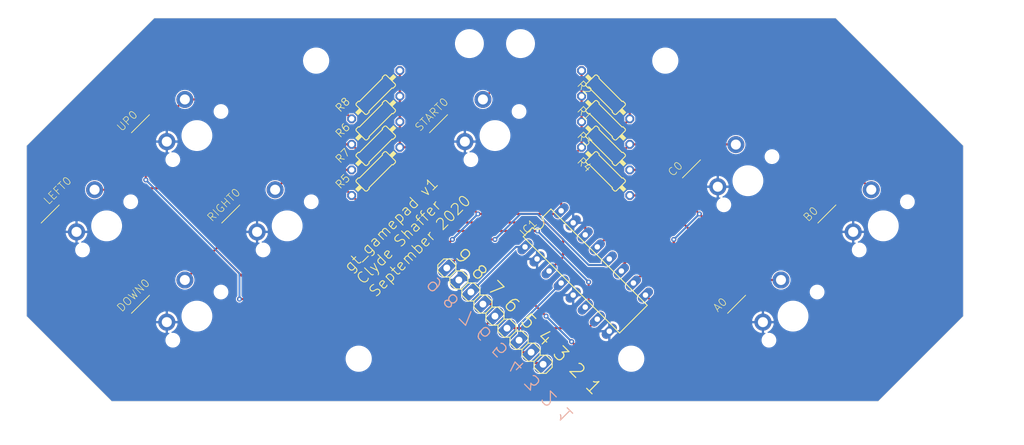
<source format=kicad_pcb>
(kicad_pcb (version 20221018) (generator pcbnew)
  (layers (0 "F.Cu" signal) (31 "B.Cu" signal) (34 "B.Paste" user) (35 "F.Paste" user) (36 "B.SilkS" user "B.Silkscreen") (37 "F.SilkS" user "F.Silkscreen") (38 "B.Mask" user) (39 "F.Mask" user) (44 "Edge.Cuts" user))
  (net 0 "")
  (net 1 "VCC")
  (net 2 "GND")
  (net 3 "N$1")
  (net 4 "N$2")
  (net 5 "N$3")
  (net 6 "N$4")
  (net 7 "N$5")
  (net 8 "N$6")
  (net 9 "N$9")
  (net 10 "N$7")
  (net 11 "N$8")
  (net 12 "N$10")
  (net 13 "N$11")
  (net 14 "N$12")
  (net 15 "N$13")
  (footprint "gpad1:CHERRY_MX" (layer "F.Cu") (at 104.0511 93.9546 45)
    (fp_text reference "UP0" (at -7.620002 -8.890001 45) (layer "F.SilkS") (effects (font (size 1.176528 1.176528) (thickness 0.093472)) (justify left)))
    (fp_text value "CHERRY_MX" hide)
    (fp_line (start -6.6 -7.2) (end -2.8 -7.2) (stroke (width 0.127)) (layer "F.SilkS"))
    (pad "" np_thru_hole circle (at -5.08 0 45) (size 1.7 1.7) (drill 1.7) (layers "*.Cu" "*.Mask"))
    (pad "" np_thru_hole circle (at 0 0 45) (size 4.1 4.1) (drill 4.1) (layers "*.Cu" "*.Mask"))
    (pad "" np_thru_hole circle (at 5.08 0 45) (size 1.7 1.7) (drill 1.7) (layers "*.Cu" "*.Mask"))
    (pad "S1" thru_hole circle (at -3.81 -2.54 45) (size 2.54 2.54) (drill 1.5) (layers "*.Cu" "*.Mask") (net 2 "GND"))
    (pad "S2" thru_hole circle (at 2.54 -5.08 45) (size 2.54 2.54) (drill 1.5) (layers "*.Cu" "*.Mask") (net 3 "N$1"))
  )
  (footprint "" (layer "F.Cu") (at 152.3111 80.2386)
    (fp_text reference "@HOLE4" hide)
    (fp_text value "" (at 0 0) (layer "F.SilkS") (effects (font (size 1.27 1.27))))
    (pad "" np_thru_hole circle (at 0 0) (size 3.81 3.81) (drill 3.81) (layers "*.Cu" "*.Mask"))
  )
  (footprint "gpad1:0207_10" (layer "F.Cu") (at 165.0111 95.4786 135)
    (fp_text reference "R3" (at 4.136203 -1.523997 -45) (layer "F.SilkS") (effects (font (size 1.1557 1.1557) (thickness 0.1143)) (justify left)))
    (fp_text value "")
    (fp_line (start -3.175 0.889) (end -3.175 -0.889) (stroke (width 0.1524)) (layer "F.SilkS"))
    (fp_line (start -2.921 -1.143) (end -2.54 -1.143) (stroke (width 0.1524)) (layer "F.SilkS"))
    (fp_line (start -2.921 1.143) (end -2.54 1.143) (stroke (width 0.1524)) (layer "F.SilkS"))
    (fp_line (start -2.413 -1.016) (end -2.54 -1.143) (stroke (width 0.1524)) (layer "F.SilkS"))
    (fp_line (start -2.413 1.016) (end -2.54 1.143) (stroke (width 0.1524)) (layer "F.SilkS"))
    (fp_line (start 2.413 -1.016) (end -2.413 -1.016) (stroke (width 0.1524)) (layer "F.SilkS"))
    (fp_line (start 2.413 -1.016) (end 2.54 -1.143) (stroke (width 0.1524)) (layer "F.SilkS"))
    (fp_line (start 2.413 1.016) (end -2.413 1.016) (stroke (width 0.1524)) (layer "F.SilkS"))
    (fp_line (start 2.413 1.016) (end 2.54 1.143) (stroke (width 0.1524)) (layer "F.SilkS"))
    (fp_line (start 2.921 -1.143) (end 2.54 -1.143) (stroke (width 0.1524)) (layer "F.SilkS"))
    (fp_line (start 2.921 1.143) (end 2.54 1.143) (stroke (width 0.1524)) (layer "F.SilkS"))
    (fp_line (start 3.175 0.889) (end 3.175 -0.889) (stroke (width 0.1524)) (layer "F.SilkS"))
    (fp_arc (start -3.175 -0.889) (mid -3.100605 -1.068605) (end -2.921 -1.143) (stroke (width 0.1524)) (layer "F.SilkS"))
    (fp_arc (start -2.921 1.143) (mid -3.100605 1.068605) (end -3.175 0.889) (stroke (width 0.1524)) (layer "F.SilkS"))
    (fp_arc (start 2.921 -1.143) (mid 3.100605 -1.068605) (end 3.175 -0.889) (stroke (width 0.1524)) (layer "F.SilkS"))
    (fp_arc (start 3.175 0.889) (mid 3.100605 1.068605) (end 2.921 1.143) (stroke (width 0.1524)) (layer "F.SilkS"))
    (fp_poly (pts (xy -4.0386 0.3048) (xy -3.175 0.3048) (xy -3.175 -0.3048) (xy -4.0386 -0.3048)) (fill solid) (layer "F.SilkS"))
    (fp_poly (pts (xy 3.175 0.3048) (xy 4.0386 0.3048) (xy 4.0386 -0.3048) (xy 3.175 -0.3048)) (fill solid) (layer "F.SilkS"))
    (pad "1" thru_hole roundrect (at -5.08 0 135) (size 1.3208 1.3208) (drill 0.8128) (layers "*.Cu" "*.Mask") (chamfer_ratio 0.2928932188) (chamfer top_left top_right bottom_left bottom_right) (net 13 "N$11"))
    (pad "2" thru_hole roundrect (at 5.08 0 135) (size 1.3208 1.3208) (drill 0.8128) (layers "*.Cu" "*.Mask") (chamfer_ratio 0.2928932188) (chamfer top_left top_right bottom_left bottom_right) (net 1 "VCC"))
  )
  (footprint "gpad1:DIL16" (layer "F.Cu") (at 161.9631 114.1476 -45)
    (fp_text reference "IC1" (at -10.540998 2.920999 45) (layer "F.SilkS") (effects (font (size 1.1557 1.1557) (thickness 0.1143)) (justify left)))
    (fp_text value "74157N")
    (fp_line (start -10.16 -2.921) (end -10.16 -1.016) (stroke (width 0.1524)) (layer "F.SilkS"))
    (fp_line (start -10.16 2.921) (end -10.16 1.016) (stroke (width 0.1524)) (layer "F.SilkS"))
    (fp_line (start -10.16 2.921) (end 10.16 2.921) (stroke (width 0.1524)) (layer "F.SilkS"))
    (fp_line (start 10.16 -2.921) (end -10.16 -2.921) (stroke (width 0.1524)) (layer "F.SilkS"))
    (fp_line (start 10.16 -2.921) (end 10.16 2.921) (stroke (width 0.1524)) (layer "F.SilkS"))
    (fp_arc (start -10.16 -1.016) (mid -9.144 -0.000001) (end -10.16 1.016) (stroke (width 0.1524)) (layer "F.SilkS"))
    (pad "1" thru_hole oval (at -8.89 3.81 45) (size 2.6416 1.3208) (drill 0.8128) (layers "*.Cu" "*.Mask") (net 9 "N$9"))
    (pad "2" thru_hole oval (at -6.35 3.81 45) (size 2.6416 1.3208) (drill 0.8128) (layers "*.Cu" "*.Mask") (net 2 "GND"))
    (pad "3" thru_hole oval (at -3.81 3.81 45) (size 2.6416 1.3208) (drill 0.8128) (layers "*.Cu" "*.Mask") (net 10 "N$7"))
    (pad "4" thru_hole oval (at -1.27 3.81 45) (size 2.6416 1.3208) (drill 0.8128) (layers "*.Cu" "*.Mask") (net 5 "N$3"))
    (pad "5" thru_hole oval (at 1.27 3.81 45) (size 2.6416 1.3208) (drill 0.8128) (layers "*.Cu" "*.Mask") (net 2 "GND"))
    (pad "6" thru_hole oval (at 3.81 3.81 45) (size 2.6416 1.3208) (drill 0.8128) (layers "*.Cu" "*.Mask") (net 11 "N$8"))
    (pad "7" thru_hole oval (at 6.35 3.81 45) (size 2.6416 1.3208) (drill 0.8128) (layers "*.Cu" "*.Mask") (net 6 "N$4"))
    (pad "8" thru_hole oval (at 8.89 3.81 45) (size 2.6416 1.3208) (drill 0.8128) (layers "*.Cu" "*.Mask") (net 2 "GND"))
    (pad "9" thru_hole oval (at 8.89 -3.81 45) (size 2.6416 1.3208) (drill 0.8128) (layers "*.Cu" "*.Mask") (net 7 "N$5"))
    (pad "10" thru_hole oval (at 6.35 -3.81 45) (size 2.6416 1.3208) (drill 0.8128) (layers "*.Cu" "*.Mask") (net 13 "N$11"))
    (pad "11" thru_hole oval (at 3.81 -3.81 45) (size 2.6416 1.3208) (drill 0.8128) (layers "*.Cu" "*.Mask") (net 12 "N$10"))
    (pad "12" thru_hole oval (at 1.27 -3.81 45) (size 2.6416 1.3208) (drill 0.8128) (layers "*.Cu" "*.Mask") (net 8 "N$6"))
    (pad "13" thru_hole oval (at -1.27 -3.81 45) (size 2.6416 1.3208) (drill 0.8128) (layers "*.Cu" "*.Mask") (net 15 "N$13"))
    (pad "14" thru_hole oval (at -3.81 -3.81 45) (size 2.6416 1.3208) (drill 0.8128) (layers "*.Cu" "*.Mask") (net 14 "N$12"))
    (pad "15" thru_hole oval (at -6.35 -3.81 45) (size 2.6416 1.3208) (drill 0.8128) (layers "*.Cu" "*.Mask") (net 2 "GND"))
    (pad "16" thru_hole oval (at -8.89 -3.81 45) (size 2.6416 1.3208) (drill 0.8128) (layers "*.Cu" "*.Mask") (net 1 "VCC"))
  )
  (footprint "" (layer "F.Cu") (at 168.8211 127.2286)
    (fp_text reference "@HOLE1" hide)
    (fp_text value "" (at 0 0) (layer "F.SilkS") (effects (font (size 1.27 1.27))))
    (pad "" np_thru_hole circle (at 0 0) (size 3.4036 3.4036) (drill 3.4036) (layers "*.Cu" "*.Mask"))
  )
  (footprint "gpad1:0207_10" (layer "F.Cu") (at 130.7211 91.6686 45)
    (fp_text reference "R6" (at -5.742079 -2.422022 45) (layer "F.SilkS") (effects (font (size 1.1557 1.1557) (thickness 0.1143)) (justify left)))
    (fp_text value "")
    (fp_line (start -3.175 0.889) (end -3.175 -0.889) (stroke (width 0.1524)) (layer "F.SilkS"))
    (fp_line (start -2.921 -1.143) (end -2.54 -1.143) (stroke (width 0.1524)) (layer "F.SilkS"))
    (fp_line (start -2.921 1.143) (end -2.54 1.143) (stroke (width 0.1524)) (layer "F.SilkS"))
    (fp_line (start -2.413 -1.016) (end -2.54 -1.143) (stroke (width 0.1524)) (layer "F.SilkS"))
    (fp_line (start -2.413 1.016) (end -2.54 1.143) (stroke (width 0.1524)) (layer "F.SilkS"))
    (fp_line (start 2.413 -1.016) (end -2.413 -1.016) (stroke (width 0.1524)) (layer "F.SilkS"))
    (fp_line (start 2.413 -1.016) (end 2.54 -1.143) (stroke (width 0.1524)) (layer "F.SilkS"))
    (fp_line (start 2.413 1.016) (end -2.413 1.016) (stroke (width 0.1524)) (layer "F.SilkS"))
    (fp_line (start 2.413 1.016) (end 2.54 1.143) (stroke (width 0.1524)) (layer "F.SilkS"))
    (fp_line (start 2.921 -1.143) (end 2.54 -1.143) (stroke (width 0.1524)) (layer "F.SilkS"))
    (fp_line (start 2.921 1.143) (end 2.54 1.143) (stroke (width 0.1524)) (layer "F.SilkS"))
    (fp_line (start 3.175 0.889) (end 3.175 -0.889) (stroke (width 0.1524)) (layer "F.SilkS"))
    (fp_arc (start -3.175 -0.889) (mid -3.100605 -1.068605) (end -2.921 -1.143) (stroke (width 0.1524)) (layer "F.SilkS"))
    (fp_arc (start -2.921 1.143) (mid -3.100605 1.068605) (end -3.175 0.889) (stroke (width 0.1524)) (layer "F.SilkS"))
    (fp_arc (start 2.921 -1.143) (mid 3.100605 -1.068605) (end 3.175 -0.889) (stroke (width 0.1524)) (layer "F.SilkS"))
    (fp_arc (start 3.175 0.889) (mid 3.100605 1.068605) (end 2.921 1.143) (stroke (width 0.1524)) (layer "F.SilkS"))
    (fp_poly (pts (xy -4.0386 0.3048) (xy -3.175 0.3048) (xy -3.175 -0.3048) (xy -4.0386 -0.3048)) (fill solid) (layer "F.SilkS"))
    (fp_poly (pts (xy 3.175 0.3048) (xy 4.0386 0.3048) (xy 4.0386 -0.3048) (xy 3.175 -0.3048)) (fill solid) (layer "F.SilkS"))
    (pad "1" thru_hole roundrect (at -5.08 0 45) (size 1.3208 1.3208) (drill 0.8128) (layers "*.Cu" "*.Mask") (chamfer_ratio 0.2928932188) (chamfer top_left top_right bottom_left bottom_right) (net 10 "N$7"))
    (pad "2" thru_hole roundrect (at 5.08 0 45) (size 1.3208 1.3208) (drill 0.8128) (layers "*.Cu" "*.Mask") (chamfer_ratio 0.2928932188) (chamfer top_left top_right bottom_left bottom_right) (net 1 "VCC"))
  )
  (footprint "" (layer "F.Cu") (at 144.6911 80.2386)
    (fp_text reference "@HOLE5" hide)
    (fp_text value "" (at 0 0) (layer "F.SilkS") (effects (font (size 1.27 1.27))))
    (pad "" np_thru_hole circle (at 0 0) (size 3.81 3.81) (drill 3.81) (layers "*.Cu" "*.Mask"))
  )
  (footprint "" (layer "F.Cu") (at 173.9011 82.7786)
    (fp_text reference "@HOLE2" hide)
    (fp_text value "" (at 0 0) (layer "F.SilkS") (effects (font (size 1.27 1.27))))
    (pad "" np_thru_hole circle (at 0 0) (size 3.4036 3.4036) (drill 3.4036) (layers "*.Cu" "*.Mask"))
  )
  (footprint "gpad1:CHERRY_MX" (layer "F.Cu") (at 90.5891 107.4166 45)
    (fp_text reference "LEFT0" (at -4.027899 -8.890001 45) (layer "F.SilkS") (effects (font (size 1.176528 1.176528) (thickness 0.093472)) (justify left)))
    (fp_text value "CHERRY_MX" hide)
    (fp_line (start -6.6 -7.2) (end -2.8 -7.2) (stroke (width 0.127)) (layer "F.SilkS"))
    (pad "" np_thru_hole circle (at -5.08 0 45) (size 1.7 1.7) (drill 1.7) (layers "*.Cu" "*.Mask"))
    (pad "" np_thru_hole circle (at 0 0 45) (size 4.1 4.1) (drill 4.1) (layers "*.Cu" "*.Mask"))
    (pad "" np_thru_hole circle (at 5.08 0 45) (size 1.7 1.7) (drill 1.7) (layers "*.Cu" "*.Mask"))
    (pad "S1" thru_hole circle (at -3.81 -2.54 45) (size 2.54 2.54) (drill 1.5) (layers "*.Cu" "*.Mask") (net 2 "GND"))
    (pad "S2" thru_hole circle (at 2.54 -5.08 45) (size 2.54 2.54) (drill 1.5) (layers "*.Cu" "*.Mask") (net 10 "N$7"))
  )
  (footprint "gpad1:CHERRY_MX" (layer "F.Cu") (at 206.4131 107.4166 45)
    (fp_text reference "B0" (at -7.620002 -8.890001 45) (layer "F.SilkS") (effects (font (size 1.176528 1.176528) (thickness 0.093472)) (justify left)))
    (fp_text value "CHERRY_MX" hide)
    (fp_line (start -6.6 -7.2) (end -2.8 -7.2) (stroke (width 0.127)) (layer "F.SilkS"))
    (pad "" np_thru_hole circle (at -5.08 0 45) (size 1.7 1.7) (drill 1.7) (layers "*.Cu" "*.Mask"))
    (pad "" np_thru_hole circle (at 0 0 45) (size 4.1 4.1) (drill 4.1) (layers "*.Cu" "*.Mask"))
    (pad "" np_thru_hole circle (at 5.08 0 45) (size 1.7 1.7) (drill 1.7) (layers "*.Cu" "*.Mask"))
    (pad "S1" thru_hole circle (at -3.81 -2.54 45) (size 2.54 2.54) (drill 1.5) (layers "*.Cu" "*.Mask") (net 2 "GND"))
    (pad "S2" thru_hole circle (at 2.54 -5.08 45) (size 2.54 2.54) (drill 1.5) (layers "*.Cu" "*.Mask") (net 13 "N$11"))
  )
  (footprint "" (layer "F.Cu") (at 121.8311 82.7786)
    (fp_text reference "@HOLE3" hide)
    (fp_text value "" (at 0 0) (layer "F.SilkS") (effects (font (size 1.27 1.27))))
    (pad "" np_thru_hole circle (at 0 0) (size 3.4036 3.4036) (drill 3.4036) (layers "*.Cu" "*.Mask"))
  )
  (footprint "gpad1:CHERRY_MX" (layer "F.Cu") (at 186.2201 100.6856 45)
    (fp_text reference "C0" (at -7.620002 -8.890001 45) (layer "F.SilkS") (effects (font (size 1.176528 1.176528) (thickness 0.093472)) (justify left)))
    (fp_text value "CHERRY_MX" hide)
    (fp_line (start -6.6 -7.2) (end -2.8 -7.2) (stroke (width 0.127)) (layer "F.SilkS"))
    (pad "" np_thru_hole circle (at -5.08 0 45) (size 1.7 1.7) (drill 1.7) (layers "*.Cu" "*.Mask"))
    (pad "" np_thru_hole circle (at 0 0 45) (size 4.1 4.1) (drill 4.1) (layers "*.Cu" "*.Mask"))
    (pad "" np_thru_hole circle (at 5.08 0 45) (size 1.7 1.7) (drill 1.7) (layers "*.Cu" "*.Mask"))
    (pad "S1" thru_hole circle (at -3.81 -2.54 45) (size 2.54 2.54) (drill 1.5) (layers "*.Cu" "*.Mask") (net 2 "GND"))
    (pad "S2" thru_hole circle (at 2.54 -5.08 45) (size 2.54 2.54) (drill 1.5) (layers "*.Cu" "*.Mask") (net 15 "N$13"))
  )
  (footprint "gpad1:0207_10" (layer "F.Cu") (at 165.0111 99.2886 135)
    (fp_text reference "R4" (at 4.136203 -1.523997 -45) (layer "F.SilkS") (effects (font (size 1.1557 1.1557) (thickness 0.1143)) (justify left)))
    (fp_text value "")
    (fp_line (start -3.175 0.889) (end -3.175 -0.889) (stroke (width 0.1524)) (layer "F.SilkS"))
    (fp_line (start -2.921 -1.143) (end -2.54 -1.143) (stroke (width 0.1524)) (layer "F.SilkS"))
    (fp_line (start -2.921 1.143) (end -2.54 1.143) (stroke (width 0.1524)) (layer "F.SilkS"))
    (fp_line (start -2.413 -1.016) (end -2.54 -1.143) (stroke (width 0.1524)) (layer "F.SilkS"))
    (fp_line (start -2.413 1.016) (end -2.54 1.143) (stroke (width 0.1524)) (layer "F.SilkS"))
    (fp_line (start 2.413 -1.016) (end -2.413 -1.016) (stroke (width 0.1524)) (layer "F.SilkS"))
    (fp_line (start 2.413 -1.016) (end 2.54 -1.143) (stroke (width 0.1524)) (layer "F.SilkS"))
    (fp_line (start 2.413 1.016) (end -2.413 1.016) (stroke (width 0.1524)) (layer "F.SilkS"))
    (fp_line (start 2.413 1.016) (end 2.54 1.143) (stroke (width 0.1524)) (layer "F.SilkS"))
    (fp_line (start 2.921 -1.143) (end 2.54 -1.143) (stroke (width 0.1524)) (layer "F.SilkS"))
    (fp_line (start 2.921 1.143) (end 2.54 1.143) (stroke (width 0.1524)) (layer "F.SilkS"))
    (fp_line (start 3.175 0.889) (end 3.175 -0.889) (stroke (width 0.1524)) (layer "F.SilkS"))
    (fp_arc (start -3.175 -0.889) (mid -3.100605 -1.068605) (end -2.921 -1.143) (stroke (width 0.1524)) (layer "F.SilkS"))
    (fp_arc (start -2.921 1.143) (mid -3.100605 1.068605) (end -3.175 0.889) (stroke (width 0.1524)) (layer "F.SilkS"))
    (fp_arc (start 2.921 -1.143) (mid 3.100605 -1.068605) (end 3.175 -0.889) (stroke (width 0.1524)) (layer "F.SilkS"))
    (fp_arc (start 3.175 0.889) (mid 3.100605 1.068605) (end 2.921 1.143) (stroke (width 0.1524)) (layer "F.SilkS"))
    (fp_poly (pts (xy -4.0386 0.3048) (xy -3.175 0.3048) (xy -3.175 -0.3048) (xy -4.0386 -0.3048)) (fill solid) (layer "F.SilkS"))
    (fp_poly (pts (xy 3.175 0.3048) (xy 4.0386 0.3048) (xy 4.0386 -0.3048) (xy 3.175 -0.3048)) (fill solid) (layer "F.SilkS"))
    (pad "1" thru_hole roundrect (at -5.08 0 135) (size 1.3208 1.3208) (drill 0.8128) (layers "*.Cu" "*.Mask") (chamfer_ratio 0.2928932188) (chamfer top_left top_right bottom_left bottom_right) (net 12 "N$10"))
    (pad "2" thru_hole roundrect (at 5.08 0 135) (size 1.3208 1.3208) (drill 0.8128) (layers "*.Cu" "*.Mask") (chamfer_ratio 0.2928932188) (chamfer top_left top_right bottom_left bottom_right) (net 1 "VCC"))
  )
  (footprint "gpad1:0207_10" (layer "F.Cu") (at 130.7211 99.2886 45)
    (fp_text reference "R5" (at -5.742079 -2.422022 45) (layer "F.SilkS") (effects (font (size 1.1557 1.1557) (thickness 0.1143)) (justify left)))
    (fp_text value "")
    (fp_line (start -3.175 0.889) (end -3.175 -0.889) (stroke (width 0.1524)) (layer "F.SilkS"))
    (fp_line (start -2.921 -1.143) (end -2.54 -1.143) (stroke (width 0.1524)) (layer "F.SilkS"))
    (fp_line (start -2.921 1.143) (end -2.54 1.143) (stroke (width 0.1524)) (layer "F.SilkS"))
    (fp_line (start -2.413 -1.016) (end -2.54 -1.143) (stroke (width 0.1524)) (layer "F.SilkS"))
    (fp_line (start -2.413 1.016) (end -2.54 1.143) (stroke (width 0.1524)) (layer "F.SilkS"))
    (fp_line (start 2.413 -1.016) (end -2.413 -1.016) (stroke (width 0.1524)) (layer "F.SilkS"))
    (fp_line (start 2.413 -1.016) (end 2.54 -1.143) (stroke (width 0.1524)) (layer "F.SilkS"))
    (fp_line (start 2.413 1.016) (end -2.413 1.016) (stroke (width 0.1524)) (layer "F.SilkS"))
    (fp_line (start 2.413 1.016) (end 2.54 1.143) (stroke (width 0.1524)) (layer "F.SilkS"))
    (fp_line (start 2.921 -1.143) (end 2.54 -1.143) (stroke (width 0.1524)) (layer "F.SilkS"))
    (fp_line (start 2.921 1.143) (end 2.54 1.143) (stroke (width 0.1524)) (layer "F.SilkS"))
    (fp_line (start 3.175 0.889) (end 3.175 -0.889) (stroke (width 0.1524)) (layer "F.SilkS"))
    (fp_arc (start -3.175 -0.889) (mid -3.100605 -1.068605) (end -2.921 -1.143) (stroke (width 0.1524)) (layer "F.SilkS"))
    (fp_arc (start -2.921 1.143) (mid -3.100605 1.068605) (end -3.175 0.889) (stroke (width 0.1524)) (layer "F.SilkS"))
    (fp_arc (start 2.921 -1.143) (mid 3.100605 -1.068605) (end 3.175 -0.889) (stroke (width 0.1524)) (layer "F.SilkS"))
    (fp_arc (start 3.175 0.889) (mid 3.100605 1.068605) (end 2.921 1.143) (stroke (width 0.1524)) (layer "F.SilkS"))
    (fp_poly (pts (xy -4.0386 0.3048) (xy -3.175 0.3048) (xy -3.175 -0.3048) (xy -4.0386 -0.3048)) (fill solid) (layer "F.SilkS"))
    (fp_poly (pts (xy 3.175 0.3048) (xy 4.0386 0.3048) (xy 4.0386 -0.3048) (xy 3.175 -0.3048)) (fill solid) (layer "F.SilkS"))
    (pad "1" thru_hole roundrect (at -5.08 0 45) (size 1.3208 1.3208) (drill 0.8128) (layers "*.Cu" "*.Mask") (chamfer_ratio 0.2928932188) (chamfer top_left top_right bottom_left bottom_right) (net 11 "N$8"))
    (pad "2" thru_hole roundrect (at 5.08 0 45) (size 1.3208 1.3208) (drill 0.8128) (layers "*.Cu" "*.Mask") (chamfer_ratio 0.2928932188) (chamfer top_left top_right bottom_left bottom_right) (net 1 "VCC"))
  )
  (footprint "gpad1:1X09" (layer "F.Cu") (at 148.5011 120.8786 135)
    (fp_text reference "JP1" hide)
    (fp_text value "")
    (fp_line (start -11.43 -0.635) (end -11.43 0.635) (stroke (width 0.1524)) (layer "F.SilkS"))
    (fp_line (start -11.43 0.635) (end -10.795 1.27) (stroke (width 0.1524)) (layer "F.SilkS"))
    (fp_line (start -10.795 -1.27) (end -11.43 -0.635) (stroke (width 0.1524)) (layer "F.SilkS"))
    (fp_line (start -10.795 -1.27) (end -9.525 -1.27) (stroke (width 0.1524)) (layer "F.SilkS"))
    (fp_line (start -9.525 -1.27) (end -8.89 -0.635) (stroke (width 0.1524)) (layer "F.SilkS"))
    (fp_line (start -9.525 1.27) (end -10.795 1.27) (stroke (width 0.1524)) (layer "F.SilkS"))
    (fp_line (start -8.89 -0.635) (end -8.89 0.635) (stroke (width 0.1524)) (layer "F.SilkS"))
    (fp_line (start -8.89 -0.635) (end -8.255 -1.27) (stroke (width 0.1524)) (layer "F.SilkS"))
    (fp_line (start -8.89 0.635) (end -9.525 1.27) (stroke (width 0.1524)) (layer "F.SilkS"))
    (fp_line (start -8.255 -1.27) (end -6.985 -1.27) (stroke (width 0.1524)) (layer "F.SilkS"))
    (fp_line (start -8.255 1.27) (end -8.89 0.635) (stroke (width 0.1524)) (layer "F.SilkS"))
    (fp_line (start -6.985 -1.27) (end -6.35 -0.635) (stroke (width 0.1524)) (layer "F.SilkS"))
    (fp_line (start -6.985 1.27) (end -8.255 1.27) (stroke (width 0.1524)) (layer "F.SilkS"))
    (fp_line (start -6.35 -0.635) (end -6.35 0.635) (stroke (width 0.1524)) (layer "F.SilkS"))
    (fp_line (start -6.35 -0.635) (end -5.715 -1.27) (stroke (width 0.1524)) (layer "F.SilkS"))
    (fp_line (start -6.35 0.635) (end -6.985 1.27) (stroke (width 0.1524)) (layer "F.SilkS"))
    (fp_line (start -5.715 -1.27) (end -4.445 -1.27) (stroke (width 0.1524)) (layer "F.SilkS"))
    (fp_line (start -5.715 1.27) (end -6.35 0.635) (stroke (width 0.1524)) (layer "F.SilkS"))
    (fp_line (start -4.445 -1.27) (end -3.81 -0.635) (stroke (width 0.1524)) (layer "F.SilkS"))
    (fp_line (start -4.445 1.27) (end -5.715 1.27) (stroke (width 0.1524)) (layer "F.SilkS"))
    (fp_line (start -3.81 -0.635) (end -3.81 0.635) (stroke (width 0.1524)) (layer "F.SilkS"))
    (fp_line (start -3.81 0.635) (end -4.445 1.27) (stroke (width 0.1524)) (layer "F.SilkS"))
    (fp_line (start -3.81 0.635) (end -3.175 1.27) (stroke (width 0.1524)) (layer "F.SilkS"))
    (fp_line (start -3.175 -1.27) (end -3.81 -0.635) (stroke (width 0.1524)) (layer "F.SilkS"))
    (fp_line (start -3.175 -1.27) (end -1.905 -1.27) (stroke (width 0.1524)) (layer "F.SilkS"))
    (fp_line (start -1.905 -1.27) (end -1.27 -0.635) (stroke (width 0.1524)) (layer "F.SilkS"))
    (fp_line (start -1.905 1.27) (end -3.175 1.27) (stroke (width 0.1524)) (layer "F.SilkS"))
    (fp_line (start -1.27 -0.635) (end -1.27 0.635) (stroke (width 0.1524)) (layer "F.SilkS"))
    (fp_line (start -1.27 -0.635) (end -0.635 -1.27) (stroke (width 0.1524)) (layer "F.SilkS"))
    (fp_line (start -1.27 0.635) (end -1.905 1.27) (stroke (width 0.1524)) (layer "F.SilkS"))
    (fp_line (start -0.635 -1.27) (end 0.635 -1.27) (stroke (width 0.1524)) (layer "F.SilkS"))
    (fp_line (start -0.635 1.27) (end -1.27 0.635) (stroke (width 0.1524)) (layer "F.SilkS"))
    (fp_line (start 0.635 -1.27) (end 1.27 -0.635) (stroke (width 0.1524)) (layer "F.SilkS"))
    (fp_line (start 0.635 1.27) (end -0.635 1.27) (stroke (width 0.1524)) (layer "F.SilkS"))
    (fp_line (start 1.27 -0.635) (end 1.27 0.635) (stroke (width 0.1524)) (layer "F.SilkS"))
    (fp_line (start 1.27 -0.635) (end 1.905 -1.27) (stroke (width 0.1524)) (layer "F.SilkS"))
    (fp_line (start 1.27 0.635) (end 0.635 1.27) (stroke (width 0.1524)) (layer "F.SilkS"))
    (fp_line (start 1.905 -1.27) (end 3.175 -1.27) (stroke (width 0.1524)) (layer "F.SilkS"))
    (fp_line (start 1.905 1.27) (end 1.27 0.635) (stroke (width 0.1524)) (layer "F.SilkS"))
    (fp_line (start 3.175 -1.27) (end 3.81 -0.635) (stroke (width 0.1524)) (layer "F.SilkS"))
    (fp_line (start 3.175 1.27) (end 1.905 1.27) (stroke (width 0.1524)) (layer "F.SilkS"))
    (fp_line (start 3.81 -0.635) (end 3.81 0.635) (stroke (width 0.1524)) (layer "F.SilkS"))
    (fp_line (start 3.81 0.635) (end 3.175 1.27) (stroke (width 0.1524)) (layer "F.SilkS"))
    (fp_line (start 3.81 0.635) (end 4.445 1.27) (stroke (width 0.1524)) (layer "F.SilkS"))
    (fp_line (start 4.445 -1.27) (end 3.81 -0.635) (stroke (width 0.1524)) (layer "F.SilkS"))
    (fp_line (start 4.445 -1.27) (end 5.715 -1.27) (stroke (width 0.1524)) (layer "F.SilkS"))
    (fp_line (start 5.715 -1.27) (end 6.35 -0.635) (stroke (width 0.1524)) (layer "F.SilkS"))
    (fp_line (start 5.715 1.27) (end 4.445 1.27) (stroke (width 0.1524)) (layer "F.SilkS"))
    (fp_line (start 6.35 -0.635) (end 6.35 0.635) (stroke (width 0.1524)) (layer "F.SilkS"))
    (fp_line (start 6.35 -0.635) (end 6.985 -1.27) (stroke (width 0.1524)) (layer "F.SilkS"))
    (fp_line (start 6.35 0.635) (end 5.715 1.27) (stroke (width 0.1524)) (layer "F.SilkS"))
    (fp_line (start 6.985 -1.27) (end 8.255 -1.27) (stroke (width 0.1524)) (layer "F.SilkS"))
    (fp_line (start 6.985 1.27) (end 6.35 0.635) (stroke (width 0.1524)) (layer "F.SilkS"))
    (fp_line (start 8.255 -1.27) (end 8.89 -0.635) (stroke (width 0.1524)) (layer "F.SilkS"))
    (fp_line (start 8.255 1.27) (end 6.985 1.27) (stroke (width 0.1524)) (layer "F.SilkS"))
    (fp_line (start 8.89 -0.635) (end 8.89 0.635) (stroke (width 0.1524)) (layer "F.SilkS"))
    (fp_line (start 8.89 0.635) (end 8.255 1.27) (stroke (width 0.1524)) (layer "F.SilkS"))
    (fp_line (start 8.89 0.635) (end 9.525 1.27) (stroke (width 0.1524)) (layer "F.SilkS"))
    (fp_line (start 9.525 -1.27) (end 8.89 -0.635) (stroke (width 0.1524)) (layer "F.SilkS"))
    (fp_line (start 9.525 -1.27) (end 10.795 -1.27) (stroke (width 0.1524)) (layer "F.SilkS"))
    (fp_line (start 10.795 -1.27) (end 11.43 -0.635) (stroke (width 0.1524)) (layer "F.SilkS"))
    (fp_line (start 10.795 1.27) (end 9.525 1.27) (stroke (width 0.1524)) (layer "F.SilkS"))
    (fp_line (start 11.43 -0.635) (end 11.43 0.635) (stroke (width 0.1524)) (layer "F.SilkS"))
    (fp_line (start 11.43 0.635) (end 10.795 1.27) (stroke (width 0.1524)) (layer "F.SilkS"))
    (pad "1" thru_hole oval (at -10.16 0 225) (size 3.048 1.524) (drill 1.016) (layers "*.Cu" "*.Mask") (net 3 "N$1"))
    (pad "2" thru_hole oval (at -7.62 0 225) (size 3.048 1.524) (drill 1.016) (layers "*.Cu" "*.Mask") (net 4 "N$2"))
    (pad "3" thru_hole oval (at -5.08 0 225) (size 3.048 1.524) (drill 1.016) (layers "*.Cu" "*.Mask") (net 5 "N$3"))
    (pad "4" thru_hole oval (at -2.54 0 225) (size 3.048 1.524) (drill 1.016) (layers "*.Cu" "*.Mask") (net 6 "N$4"))
    (pad "5" thru_hole oval (at 0 0 225) (size 3.048 1.524) (drill 1.016) (layers "*.Cu" "*.Mask") (net 1 "VCC"))
    (pad "6" thru_hole oval (at 2.54 0 225) (size 3.048 1.524) (drill 1.016) (layers "*.Cu" "*.Mask") (net 7 "N$5"))
    (pad "7" thru_hole oval (at 5.08 0 225) (size 3.048 1.524) (drill 1.016) (layers "*.Cu" "*.Mask") (net 9 "N$9"))
    (pad "8" thru_hole oval (at 7.62 0 225) (size 3.048 1.524) (drill 1.016) (layers "*.Cu" "*.Mask") (net 2 "GND"))
    (pad "9" thru_hole oval (at 10.16 0 225) (size 3.048 1.524) (drill 1.016) (layers "*.Cu" "*.Mask") (net 8 "N$6"))
  )
  (footprint "gpad1:CHERRY_MX" (layer "F.Cu") (at 192.9511 120.8786 45)
    (fp_text reference "A0" (at -7.620002 -8.890001 45) (layer "F.SilkS") (effects (font (size 1.176528 1.176528) (thickness 0.093472)) (justify left)))
    (fp_text value "CHERRY_MX" hide)
    (fp_line (start -6.6 -7.2) (end -2.8 -7.2) (stroke (width 0.127)) (layer "F.SilkS"))
    (pad "" np_thru_hole circle (at -5.08 0 45) (size 1.7 1.7) (drill 1.7) (layers "*.Cu" "*.Mask"))
    (pad "" np_thru_hole circle (at 0 0 45) (size 4.1 4.1) (drill 4.1) (layers "*.Cu" "*.Mask"))
    (pad "" np_thru_hole circle (at 5.08 0 45) (size 1.7 1.7) (drill 1.7) (layers "*.Cu" "*.Mask"))
    (pad "S1" thru_hole circle (at -3.81 -2.54 45) (size 2.54 2.54) (drill 1.5) (layers "*.Cu" "*.Mask") (net 2 "GND"))
    (pad "S2" thru_hole circle (at 2.54 -5.08 45) (size 2.54 2.54) (drill 1.5) (layers "*.Cu" "*.Mask") (net 12 "N$10"))
  )
  (footprint "" (layer "F.Cu") (at 128.1811 127.2286)
    (fp_text reference "@HOLE0" hide)
    (fp_text value "" (at 0 0) (layer "F.SilkS") (effects (font (size 1.27 1.27))))
    (pad "" np_thru_hole circle (at 0 0) (size 3.4036 3.4036) (drill 3.4036) (layers "*.Cu" "*.Mask"))
  )
  (footprint "gpad1:CHERRY_MX" (layer "F.Cu") (at 104.0511 120.8786 45)
    (fp_text reference "DOWN0" (at -7.620002 -8.890001 45) (layer "F.SilkS") (effects (font (size 1.176528 1.176528) (thickness 0.093472)) (justify left)))
    (fp_text value "CHERRY_MX" hide)
    (fp_line (start -6.6 -7.2) (end -2.8 -7.2) (stroke (width 0.127)) (layer "F.SilkS"))
    (pad "" np_thru_hole circle (at -5.08 0 45) (size 1.7 1.7) (drill 1.7) (layers "*.Cu" "*.Mask"))
    (pad "" np_thru_hole circle (at 0 0 45) (size 4.1 4.1) (drill 4.1) (layers "*.Cu" "*.Mask"))
    (pad "" np_thru_hole circle (at 5.08 0 45) (size 1.7 1.7) (drill 1.7) (layers "*.Cu" "*.Mask"))
    (pad "S1" thru_hole circle (at -3.81 -2.54 45) (size 2.54 2.54) (drill 1.5) (layers "*.Cu" "*.Mask") (net 2 "GND"))
    (pad "S2" thru_hole circle (at 2.54 -5.08 45) (size 2.54 2.54) (drill 1.5) (layers "*.Cu" "*.Mask") (net 4 "N$2"))
  )
  (footprint "gpad1:0207_10" (layer "F.Cu") (at 130.7211 87.8586 45)
    (fp_text reference "R8" (at -5.742079 -2.422022 45) (layer "F.SilkS") (effects (font (size 1.1557 1.1557) (thickness 0.1143)) (justify left)))
    (fp_text value "")
    (fp_line (start -3.175 0.889) (end -3.175 -0.889) (stroke (width 0.1524)) (layer "F.SilkS"))
    (fp_line (start -2.921 -1.143) (end -2.54 -1.143) (stroke (width 0.1524)) (layer "F.SilkS"))
    (fp_line (start -2.921 1.143) (end -2.54 1.143) (stroke (width 0.1524)) (layer "F.SilkS"))
    (fp_line (start -2.413 -1.016) (end -2.54 -1.143) (stroke (width 0.1524)) (layer "F.SilkS"))
    (fp_line (start -2.413 1.016) (end -2.54 1.143) (stroke (width 0.1524)) (layer "F.SilkS"))
    (fp_line (start 2.413 -1.016) (end -2.413 -1.016) (stroke (width 0.1524)) (layer "F.SilkS"))
    (fp_line (start 2.413 -1.016) (end 2.54 -1.143) (stroke (width 0.1524)) (layer "F.SilkS"))
    (fp_line (start 2.413 1.016) (end -2.413 1.016) (stroke (width 0.1524)) (layer "F.SilkS"))
    (fp_line (start 2.413 1.016) (end 2.54 1.143) (stroke (width 0.1524)) (layer "F.SilkS"))
    (fp_line (start 2.921 -1.143) (end 2.54 -1.143) (stroke (width 0.1524)) (layer "F.SilkS"))
    (fp_line (start 2.921 1.143) (end 2.54 1.143) (stroke (width 0.1524)) (layer "F.SilkS"))
    (fp_line (start 3.175 0.889) (end 3.175 -0.889) (stroke (width 0.1524)) (layer "F.SilkS"))
    (fp_arc (start -3.175 -0.889) (mid -3.100605 -1.068605) (end -2.921 -1.143) (stroke (width 0.1524)) (layer "F.SilkS"))
    (fp_arc (start -2.921 1.143) (mid -3.100605 1.068605) (end -3.175 0.889) (stroke (width 0.1524)) (layer "F.SilkS"))
    (fp_arc (start 2.921 -1.143) (mid 3.100605 -1.068605) (end 3.175 -0.889) (stroke (width 0.1524)) (layer "F.SilkS"))
    (fp_arc (start 3.175 0.889) (mid 3.100605 1.068605) (end 2.921 1.143) (stroke (width 0.1524)) (layer "F.SilkS"))
    (fp_poly (pts (xy -4.0386 0.3048) (xy -3.175 0.3048) (xy -3.175 -0.3048) (xy -4.0386 -0.3048)) (fill solid) (layer "F.SilkS"))
    (fp_poly (pts (xy 3.175 0.3048) (xy 4.0386 0.3048) (xy 4.0386 -0.3048) (xy 3.175 -0.3048)) (fill solid) (layer "F.SilkS"))
    (pad "1" thru_hole roundrect (at -5.08 0 45) (size 1.3208 1.3208) (drill 0.8128) (layers "*.Cu" "*.Mask") (chamfer_ratio 0.2928932188) (chamfer top_left top_right bottom_left bottom_right) (net 3 "N$1"))
    (pad "2" thru_hole roundrect (at 5.08 0 45) (size 1.3208 1.3208) (drill 0.8128) (layers "*.Cu" "*.Mask") (chamfer_ratio 0.2928932188) (chamfer top_left top_right bottom_left bottom_right) (net 1 "VCC"))
  )
  (footprint "gpad1:CHERRY_MX" (layer "F.Cu") (at 148.5011 93.9546 45)
    (fp_text reference "START0" (at -7.620002 -8.890001 45) (layer "F.SilkS") (effects (font (size 1.176528 1.176528) (thickness 0.093472)) (justify left)))
    (fp_text value "CHERRY_MX" hide)
    (fp_line (start -6.6 -7.2) (end -2.8 -7.2) (stroke (width 0.127)) (layer "F.SilkS"))
    (pad "" np_thru_hole circle (at -5.08 0 45) (size 1.7 1.7) (drill 1.7) (layers "*.Cu" "*.Mask"))
    (pad "" np_thru_hole circle (at 0 0 45) (size 4.1 4.1) (drill 4.1) (layers "*.Cu" "*.Mask"))
    (pad "" np_thru_hole circle (at 5.08 0 45) (size 1.7 1.7) (drill 1.7) (layers "*.Cu" "*.Mask"))
    (pad "S1" thru_hole circle (at -3.81 -2.54 45) (size 2.54 2.54) (drill 1.5) (layers "*.Cu" "*.Mask") (net 2 "GND"))
    (pad "S2" thru_hole circle (at 2.54 -5.08 45) (size 2.54 2.54) (drill 1.5) (layers "*.Cu" "*.Mask") (net 14 "N$12"))
  )
  (footprint "gpad1:CHERRY_MX" (layer "F.Cu") (at 117.5131 107.4166 45)
    (fp_text reference "RIGHT0" (at -7.620002 -8.890001 45) (layer "F.SilkS") (effects (font (size 1.176528 1.176528) (thickness 0.093472)) (justify left)))
    (fp_text value "CHERRY_MX" hide)
    (fp_line (start -6.6 -7.2) (end -2.8 -7.2) (stroke (width 0.127)) (layer "F.SilkS"))
    (pad "" np_thru_hole circle (at -5.08 0 45) (size 1.7 1.7) (drill 1.7) (layers "*.Cu" "*.Mask"))
    (pad "" np_thru_hole circle (at 0 0 45) (size 4.1 4.1) (drill 4.1) (layers "*.Cu" "*.Mask"))
    (pad "" np_thru_hole circle (at 5.08 0 45) (size 1.7 1.7) (drill 1.7) (layers "*.Cu" "*.Mask"))
    (pad "S1" thru_hole circle (at -3.81 -2.54 45) (size 2.54 2.54) (drill 1.5) (layers "*.Cu" "*.Mask") (net 2 "GND"))
    (pad "S2" thru_hole circle (at 2.54 -5.08 45) (size 2.54 2.54) (drill 1.5) (layers "*.Cu" "*.Mask") (net 11 "N$8"))
  )
  (footprint "gpad1:0207_10" (layer "F.Cu") (at 165.0111 87.8586 135)
    (fp_text reference "R2" (at 4.136203 -1.523997 -45) (layer "F.SilkS") (effects (font (size 1.1557 1.1557) (thickness 0.1143)) (justify left)))
    (fp_text value "")
    (fp_line (start -3.175 0.889) (end -3.175 -0.889) (stroke (width 0.1524)) (layer "F.SilkS"))
    (fp_line (start -2.921 -1.143) (end -2.54 -1.143) (stroke (width 0.1524)) (layer "F.SilkS"))
    (fp_line (start -2.921 1.143) (end -2.54 1.143) (stroke (width 0.1524)) (layer "F.SilkS"))
    (fp_line (start -2.413 -1.016) (end -2.54 -1.143) (stroke (width 0.1524)) (layer "F.SilkS"))
    (fp_line (start -2.413 1.016) (end -2.54 1.143) (stroke (width 0.1524)) (layer "F.SilkS"))
    (fp_line (start 2.413 -1.016) (end -2.413 -1.016) (stroke (width 0.1524)) (layer "F.SilkS"))
    (fp_line (start 2.413 -1.016) (end 2.54 -1.143) (stroke (width 0.1524)) (layer "F.SilkS"))
    (fp_line (start 2.413 1.016) (end -2.413 1.016) (stroke (width 0.1524)) (layer "F.SilkS"))
    (fp_line (start 2.413 1.016) (end 2.54 1.143) (stroke (width 0.1524)) (layer "F.SilkS"))
    (fp_line (start 2.921 -1.143) (end 2.54 -1.143) (stroke (width 0.1524)) (layer "F.SilkS"))
    (fp_line (start 2.921 1.143) (end 2.54 1.143) (stroke (width 0.1524)) (layer "F.SilkS"))
    (fp_line (start 3.175 0.889) (end 3.175 -0.889) (stroke (width 0.1524)) (layer "F.SilkS"))
    (fp_arc (start -3.175 -0.889) (mid -3.100605 -1.068605) (end -2.921 -1.143) (stroke (width 0.1524)) (layer "F.SilkS"))
    (fp_arc (start -2.921 1.143) (mid -3.100605 1.068605) (end -3.175 0.889) (stroke (width 0.1524)) (layer "F.SilkS"))
    (fp_arc (start 2.921 -1.143) (mid 3.100605 -1.068605) (end 3.175 -0.889) (stroke (width 0.1524)) (layer "F.SilkS"))
    (fp_arc (start 3.175 0.889) (mid 3.100605 1.068605) (end 2.921 1.143) (stroke (width 0.1524)) (layer "F.SilkS"))
    (fp_poly (pts (xy -4.0386 0.3048) (xy -3.175 0.3048) (xy -3.175 -0.3048) (xy -4.0386 -0.3048)) (fill solid) (layer "F.SilkS"))
    (fp_poly (pts (xy 3.175 0.3048) (xy 4.0386 0.3048) (xy 4.0386 -0.3048) (xy 3.175 -0.3048)) (fill solid) (layer "F.SilkS"))
    (pad "1" thru_hole roundrect (at -5.08 0 135) (size 1.3208 1.3208) (drill 0.8128) (layers "*.Cu" "*.Mask") (chamfer_ratio 0.2928932188) (chamfer top_left top_right bottom_left bottom_right) (net 14 "N$12"))
    (pad "2" thru_hole roundrect (at 5.08 0 135) (size 1.3208 1.3208) (drill 0.8128) (layers "*.Cu" "*.Mask") (chamfer_ratio 0.2928932188) (chamfer top_left top_right bottom_left bottom_right) (net 1 "VCC"))
  )
  (footprint "gpad1:0207_10" (layer "F.Cu") (at 165.0111 91.6686 135)
    (fp_text reference "R1" (at 4.136203 -1.523997 -45) (layer "F.SilkS") (effects (font (size 1.1557 1.1557) (thickness 0.1143)) (justify left)))
    (fp_text value "")
    (fp_line (start -3.175 0.889) (end -3.175 -0.889) (stroke (width 0.1524)) (layer "F.SilkS"))
    (fp_line (start -2.921 -1.143) (end -2.54 -1.143) (stroke (width 0.1524)) (layer "F.SilkS"))
    (fp_line (start -2.921 1.143) (end -2.54 1.143) (stroke (width 0.1524)) (layer "F.SilkS"))
    (fp_line (start -2.413 -1.016) (end -2.54 -1.143) (stroke (width 0.1524)) (layer "F.SilkS"))
    (fp_line (start -2.413 1.016) (end -2.54 1.143) (stroke (width 0.1524)) (layer "F.SilkS"))
    (fp_line (start 2.413 -1.016) (end -2.413 -1.016) (stroke (width 0.1524)) (layer "F.SilkS"))
    (fp_line (start 2.413 -1.016) (end 2.54 -1.143) (stroke (width 0.1524)) (layer "F.SilkS"))
    (fp_line (start 2.413 1.016) (end -2.413 1.016) (stroke (width 0.1524)) (layer "F.SilkS"))
    (fp_line (start 2.413 1.016) (end 2.54 1.143) (stroke (width 0.1524)) (layer "F.SilkS"))
    (fp_line (start 2.921 -1.143) (end 2.54 -1.143) (stroke (width 0.1524)) (layer "F.SilkS"))
    (fp_line (start 2.921 1.143) (end 2.54 1.143) (stroke (width 0.1524)) (layer "F.SilkS"))
    (fp_line (start 3.175 0.889) (end 3.175 -0.889) (stroke (width 0.1524)) (layer "F.SilkS"))
    (fp_arc (start -3.175 -0.889) (mid -3.100605 -1.068605) (end -2.921 -1.143) (stroke (width 0.1524)) (layer "F.SilkS"))
    (fp_arc (start -2.921 1.143) (mid -3.100605 1.068605) (end -3.175 0.889) (stroke (width 0.1524)) (layer "F.SilkS"))
    (fp_arc (start 2.921 -1.143) (mid 3.100605 -1.068605) (end 3.175 -0.889) (stroke (width 0.1524)) (layer "F.SilkS"))
    (fp_arc (start 3.175 0.889) (mid 3.100605 1.068605) (end 2.921 1.143) (stroke (width 0.1524)) (layer "F.SilkS"))
    (fp_poly (pts (xy -4.0386 0.3048) (xy -3.175 0.3048) (xy -3.175 -0.3048) (xy -4.0386 -0.3048)) (fill solid) (layer "F.SilkS"))
    (fp_poly (pts (xy 3.175 0.3048) (xy 4.0386 0.3048) (xy 4.0386 -0.3048) (xy 3.175 -0.3048)) (fill solid) (layer "F.SilkS"))
    (pad "1" thru_hole roundrect (at -5.08 0 135) (size 1.3208 1.3208) (drill 0.8128) (layers "*.Cu" "*.Mask") (chamfer_ratio 0.2928932188) (chamfer top_left top_right bottom_left bottom_right) (net 15 "N$13"))
    (pad "2" thru_hole roundrect (at 5.08 0 135) (size 1.3208 1.3208) (drill 0.8128) (layers "*.Cu" "*.Mask") (chamfer_ratio 0.2928932188) (chamfer top_left top_right bottom_left bottom_right) (net 1 "VCC"))
  )
  (footprint "gpad1:0207_10" (layer "F.Cu") (at 130.7211 95.4786 45)
    (fp_text reference "R7" (at -5.742079 -2.422022 45) (layer "F.SilkS") (effects (font (size 1.1557 1.1557) (thickness 0.1143)) (justify left)))
    (fp_text value "")
    (fp_line (start -3.175 0.889) (end -3.175 -0.889) (stroke (width 0.1524)) (layer "F.SilkS"))
    (fp_line (start -2.921 -1.143) (end -2.54 -1.143) (stroke (width 0.1524)) (layer "F.SilkS"))
    (fp_line (start -2.921 1.143) (end -2.54 1.143) (stroke (width 0.1524)) (layer "F.SilkS"))
    (fp_line (start -2.413 -1.016) (end -2.54 -1.143) (stroke (width 0.1524)) (layer "F.SilkS"))
    (fp_line (start -2.413 1.016) (end -2.54 1.143) (stroke (width 0.1524)) (layer "F.SilkS"))
    (fp_line (start 2.413 -1.016) (end -2.413 -1.016) (stroke (width 0.1524)) (layer "F.SilkS"))
    (fp_line (start 2.413 -1.016) (end 2.54 -1.143) (stroke (width 0.1524)) (layer "F.SilkS"))
    (fp_line (start 2.413 1.016) (end -2.413 1.016) (stroke (width 0.1524)) (layer "F.SilkS"))
    (fp_line (start 2.413 1.016) (end 2.54 1.143) (stroke (width 0.1524)) (layer "F.SilkS"))
    (fp_line (start 2.921 -1.143) (end 2.54 -1.143) (stroke (width 0.1524)) (layer "F.SilkS"))
    (fp_line (start 2.921 1.143) (end 2.54 1.143) (stroke (width 0.1524)) (layer "F.SilkS"))
    (fp_line (start 3.175 0.889) (end 3.175 -0.889) (stroke (width 0.1524)) (layer "F.SilkS"))
    (fp_arc (start -3.175 -0.889) (mid -3.100605 -1.068605) (end -2.921 -1.143) (stroke (width 0.1524)) (layer "F.SilkS"))
    (fp_arc (start -2.921 1.143) (mid -3.100605 1.068605) (end -3.175 0.889) (stroke (width 0.1524)) (layer "F.SilkS"))
    (fp_arc (start 2.921 -1.143) (mid 3.100605 -1.068605) (end 3.175 -0.889) (stroke (width 0.1524)) (layer "F.SilkS"))
    (fp_arc (start 3.175 0.889) (mid 3.100605 1.068605) (end 2.921 1.143) (stroke (width 0.1524)) (layer "F.SilkS"))
    (fp_poly (pts (xy -4.0386 0.3048) (xy -3.175 0.3048) (xy -3.175 -0.3048) (xy -4.0386 -0.3048)) (fill solid) (layer "F.SilkS"))
    (fp_poly (pts (xy 3.175 0.3048) (xy 4.0386 0.3048) (xy 4.0386 -0.3048) (xy 3.175 -0.3048)) (fill solid) (layer "F.SilkS"))
    (pad "1" thru_hole roundrect (at -5.08 0 45) (size 1.3208 1.3208) (drill 0.8128) (layers "*.Cu" "*.Mask") (chamfer_ratio 0.2928932188) (chamfer top_left top_right bottom_left bottom_right) (net 4 "N$2"))
    (pad "2" thru_hole roundrect (at 5.08 0 45) (size 1.3208 1.3208) (drill 0.8128) (layers "*.Cu" "*.Mask") (chamfer_ratio 0.2928932188) (chamfer top_left top_right bottom_left bottom_right) (net 1 "VCC"))
  )
  (gr_line (start 218.3511 95.4786) (end 199.3011 76.4286) (stroke (width 0.05)) (layer "Edge.Cuts"))
  (gr_line (start 218.3511 120.8786) (end 218.3511 95.4786) (stroke (width 0.05)) (layer "Edge.Cuts"))
  (gr_line (start 205.6511 133.5786) (end 218.3511 120.8786) (stroke (width 0.05)) (layer "Edge.Cuts"))
  (gr_line (start 78.6511 95.4786) (end 78.6511 120.8786) (stroke (width 0.05)) (layer "Edge.Cuts"))
  (gr_line (start 97.7011 76.4286) (end 78.6511 95.4786) (stroke (width 0.05)) (layer "Edge.Cuts"))
  (gr_line (start 78.6511 120.8786) (end 91.3511 133.5786) (stroke (width 0.05)) (layer "Edge.Cuts"))
  (gr_line (start 91.3511 133.5786) (end 205.6511 133.5786) (stroke (width 0.05)) (layer "Edge.Cuts"))
  (gr_line (start 199.3011 76.4286) (end 97.7011 76.4286) (stroke (width 0.05)) (layer "Edge.Cuts"))
  (gr_text "9 8 7 6 5 4 3 2 1" (at 139.6111 114.5286 -225) (layer "B.SilkS") (effects (font (size 2.009648 2.009648) (thickness 0.174752)) (justify left bottom mirror)))
  (gr_text "gt_gamepad v1\nClyde Shaffer\nSeptember 2020 " (at 130.7211 118.3386 45) (layer "F.SilkS") (effects (font (size 1.63576 1.63576) (thickness 0.14224)) (justify left bottom)))
  (gr_text "9 8 7 6 5 4 3 2 1" (at 142.1511 111.9886 315) (layer "F.SilkS") (effects (font (size 2.009648 2.009648) (thickness 0.174752)) (justify left bottom)))
  (segment (start 157.899743 105.6386) (end 158.370996 105.167347) (width 0.3048) (layer "F.Cu") (net 1))
  (segment (start 161.418996 95.6965) (end 158.370996 98.7445) (width 0.3048) (layer "F.Cu") (net 1))
  (segment (start 134.3132 88.0765) (end 134.3132 91.8865) (width 0.3048) (layer "F.Cu") (net 1))
  (segment (start 158.370996 98.7445) (end 158.370996 105.167347) (width 0.3048) (layer "F.Cu") (net 1))
  (segment (start 161.418996 91.8865) (end 161.418996 95.6965) (width 0.3048) (layer "F.Cu") (net 1))
  (segment (start 134.3132 95.6965) (end 136.019 95.6965) (width 0.3048) (layer "F.Cu") (net 1))
  (segment (start 145.9611 105.6386) (end 157.899743 105.6386) (width 0.3048) (layer "F.Cu") (net 1))
  (segment (start 138.3411 118.3386) (end 138.3411 113.2586) (width 0.3048) (layer "F.Cu") (net 1))
  (segment (start 161.418996 84.2665) (end 161.418996 88.0765) (width 0.3048) (layer "F.Cu") (net 1))
  (segment (start 134.3132 91.8865) (end 134.3132 95.6965) (width 0.3048) (layer "F.Cu") (net 1))
  (segment (start 161.418996 88.0765) (end 161.418996 91.8865) (width 0.3048) (layer "F.Cu") (net 1))
  (segment (start 142.1511 122.1486) (end 138.3411 118.3386) (width 0.3048) (layer "F.Cu") (net 1))
  (segment (start 138.3411 113.2586) (end 142.1511 109.4486) (width 0.3048) (layer "F.Cu") (net 1))
  (segment (start 148.5011 120.8786) (end 147.2311 122.1486) (width 0.3048) (layer "F.Cu") (net 1))
  (segment (start 136.019 95.6965) (end 145.9611 105.6386) (width 0.3048) (layer "F.Cu") (net 1))
  (segment (start 134.3132 84.2665) (end 134.3132 88.0765) (width 0.3048) (layer "F.Cu") (net 1))
  (segment (start 147.2311 122.1486) (end 142.1511 122.1486) (width 0.3048) (layer "F.Cu") (net 1))
  (via (at 142.1511 109.4486) (size 0.7564) (drill 0.35) (layers "F.Cu" "B.Cu") (net 1))
  (via (at 145.9611 105.6386) (size 0.7564) (drill 0.35) (layers "F.Cu" "B.Cu") (net 1))
  (segment (start 142.1511 109.4486) (end 145.9611 105.6386) (width 0.3048) (layer "B.Cu") (net 1))
  (segment (start 102.255046 88.566447) (end 96.4311 94.390394) (width 0.3048) (layer "F.Cu") (net 3))
  (segment (start 111.6711 118.3386) (end 116.7511 123.4186) (width 0.3048) (layer "F.Cu") (net 3))
  (segment (start 155.494868 127.872372) (end 155.685303 128.062807) (width 0.3048) (layer "F.Cu") (net 3))
  (segment (start 102.255046 88.566447) (end 106.584803 88.566447) (width 0.3048) (layer "F.Cu") (net 3))
  (segment (start 124.022393 88.3441) (end 127.128996 91.450704) (width 0.3048) (layer "F.Cu") (net 3))
  (segment (start 116.7511 123.4186) (end 135.154518 123.4186) (width 0.3048) (layer "F.Cu") (net 3))
  (segment (start 96.4311 94.390394) (end 96.4311 100.5586) (width 0.3048) (layer "F.Cu") (net 3))
  (segment (start 135.154518 123.4186) (end 139.60829 127.872372) (width 0.3048) (layer "F.Cu") (net 3))
  (segment (start 139.60829 127.872372) (end 155.494868 127.872372) (width 0.3048) (layer "F.Cu") (net 3))
  (segment (start 106.584803 88.566447) (end 106.80715 88.3441) (width 0.3048) (layer "F.Cu") (net 3))
  (segment (start 110.4011 118.3386) (end 111.6711 118.3386) (width 0.3048) (layer "F.Cu") (net 3))
  (segment (start 106.80715 88.3441) (end 124.022393 88.3441) (width 0.3048) (layer "F.Cu") (net 3))
  (via (at 110.4011 118.3386) (size 0.7564) (drill 0.35) (layers "F.Cu" "B.Cu") (net 3))
  (via (at 96.4311 100.5586) (size 0.7564) (drill 0.35) (layers "F.Cu" "B.Cu") (net 3))
  (segment (start 110.4011 114.5286) (end 110.4011 118.3386) (width 0.3048) (layer "B.Cu") (net 3))
  (segment (start 96.4311 100.5586) (end 110.4011 114.5286) (width 0.3048) (layer "B.Cu") (net 3))
  (segment (start 107.8611 109.884394) (end 107.8611 105.6386) (width 0.3048) (layer "F.Cu") (net 4))
  (segment (start 116.7511 120.8786) (end 106.808996 110.936497) (width 0.3048) (layer "F.Cu") (net 4))
  (segment (start 139.919256 126.266757) (end 134.5311 120.8786) (width 0.3048) (layer "F.Cu") (net 4))
  (segment (start 114.428996 99.070704) (end 127.128996 99.070704) (width 0.3048) (layer "F.Cu") (net 4))
  (segment (start 153.889253 126.266757) (end 139.919256 126.266757) (width 0.3048) (layer "F.Cu") (net 4))
  (segment (start 107.8611 105.6386) (end 114.428996 99.070704) (width 0.3048) (layer "F.Cu") (net 4))
  (segment (start 134.5311 120.8786) (end 116.7511 120.8786) (width 0.3048) (layer "F.Cu") (net 4))
  (segment (start 102.255046 115.490447) (end 106.808996 110.936497) (width 0.3048) (layer "F.Cu") (net 4))
  (segment (start 106.808996 110.936497) (end 107.8611 109.884394) (width 0.3048) (layer "F.Cu") (net 4))
  (segment (start 152.0932 124.470704) (end 152.0932 122.22145) (width 0.3048) (layer "B.Cu") (net 5))
  (segment (start 152.0932 122.22145) (end 158.370996 115.943654) (width 0.3048) (layer "B.Cu") (net 5))
  (segment (start 150.29715 122.674654) (end 162.416303 122.674654) (width 0.3048) (layer "F.Cu") (net 6))
  (segment (start 162.416303 122.674654) (end 163.75915 121.331807) (width 0.3048) (layer "F.Cu") (net 6))
  (segment (start 176.4411 123.23745) (end 170.943353 117.739704) (width 0.3048) (layer "F.Cu") (net 7))
  (segment (start 166.2811 131.0386) (end 172.6311 131.0386) (width 0.3048) (layer "F.Cu") (net 7))
  (segment (start 176.4411 127.2286) (end 176.4411 123.23745) (width 0.3048) (layer "F.Cu") (net 7))
  (segment (start 172.6311 131.0386) (end 176.4411 127.2286) (width 0.3048) (layer "F.Cu") (net 7))
  (segment (start 146.705046 119.08255) (end 154.32505 119.08255) (width 0.3048) (layer "F.Cu") (net 7))
  (segment (start 154.32505 119.08255) (end 156.1211 120.8786) (width 0.3048) (layer "F.Cu") (net 7))
  (segment (start 159.9311 124.6886) (end 166.2811 131.0386) (width 0.3048) (layer "F.Cu") (net 7))
  (via (at 156.1211 120.8786) (size 0.7564) (drill 0.35) (layers "F.Cu" "B.Cu") (net 7))
  (via (at 159.9311 124.6886) (size 0.7564) (drill 0.35) (layers "F.Cu" "B.Cu") (net 7))
  (segment (start 156.1211 120.8786) (end 159.9311 124.6886) (width 0.3048) (layer "B.Cu") (net 7))
  (segment (start 145.56269 109.4486) (end 148.5011 109.4486) (width 0.3048) (layer "F.Cu") (net 8))
  (segment (start 141.316893 113.694397) (end 145.56269 109.4486) (width 0.3048) (layer "F.Cu") (net 8))
  (via (at 148.5011 109.4486) (size 0.7564) (drill 0.35) (layers "F.Cu" "B.Cu") (net 8))
  (segment (start 154.8511 105.6386) (end 162.4711 113.2586) (width 0.3048) (layer "B.Cu") (net 8))
  (segment (start 162.4711 113.2586) (end 164.64815 113.2586) (width 0.3048) (layer "B.Cu") (net 8))
  (segment (start 152.3111 105.6386) (end 154.8511 105.6386) (width 0.3048) (layer "B.Cu") (net 8))
  (segment (start 148.5011 109.4486) (end 152.3111 105.6386) (width 0.3048) (layer "B.Cu") (net 8))
  (segment (start 164.64815 113.2586) (end 165.5552 112.35155) (width 0.3048) (layer "B.Cu") (net 8))
  (segment (start 152.982843 110.5555) (end 151.639996 110.5555) (width 0.3048) (layer "B.Cu") (net 9))
  (segment (start 151.639996 110.5555) (end 144.908996 117.2865) (width 0.3048) (layer "B.Cu") (net 9))
  (segment (start 156.1211 106.9086) (end 158.6611 109.4486) (width 0.3048) (layer "F.Cu") (net 10))
  (segment (start 158.6611 112.061444) (end 156.574943 114.1476) (width 0.3048) (layer "F.Cu") (net 10))
  (segment (start 127.128996 95.260704) (end 138.776893 106.9086) (width 0.3048) (layer "F.Cu") (net 10))
  (segment (start 93.122803 102.028447) (end 93.34515 101.8061) (width 0.3048) (layer "F.Cu") (net 10))
  (segment (start 88.793046 102.028447) (end 93.122803 102.028447) (width 0.3048) (layer "F.Cu") (net 10))
  (segment (start 138.776893 106.9086) (end 156.1211 106.9086) (width 0.3048) (layer "F.Cu") (net 10))
  (segment (start 93.34515 101.8061) (end 106.6136 101.8061) (width 0.3048) (layer "F.Cu") (net 10))
  (segment (start 106.6136 101.8061) (end 113.158996 95.260704) (width 0.3048) (layer "F.Cu") (net 10))
  (segment (start 158.6611 109.4486) (end 158.6611 112.061444) (width 0.3048) (layer "F.Cu") (net 10))
  (segment (start 113.158996 95.260704) (end 127.128996 95.260704) (width 0.3048) (layer "F.Cu") (net 10))
  (segment (start 162.4711 119.027757) (end 161.9631 119.535757) (width 0.3048) (layer "F.Cu") (net 11))
  (segment (start 117.186893 100.5586) (end 124.806893 100.5586) (width 0.3048) (layer "F.Cu") (net 11))
  (segment (start 124.806893 100.5586) (end 127.128996 102.880704) (width 0.3048) (layer "F.Cu") (net 11))
  (segment (start 115.717046 102.028447) (end 117.186893 100.5586) (width 0.3048) (layer "F.Cu") (net 11))
  (segment (start 127.128996 102.880704) (end 132.426893 108.1786) (width 0.3048) (layer "F.Cu") (net 11))
  (segment (start 132.426893 108.1786) (end 154.8511 108.1786) (width 0.3048) (layer "F.Cu") (net 11))
  (segment (start 162.4711 115.7986) (end 162.4711 119.027757) (width 0.3048) (layer "F.Cu") (net 11))
  (via (at 154.8511 108.1786) (size 0.7564) (drill 0.35) (layers "F.Cu" "B.Cu") (net 11))
  (via (at 162.4711 115.7986) (size 0.7564) (drill 0.35) (layers "F.Cu" "B.Cu") (net 11))
  (segment (start 154.8511 108.1786) (end 162.4711 115.7986) (width 0.3048) (layer "B.Cu") (net 11))
  (segment (start 175.1711 105.6386) (end 185.022946 115.490447) (width 0.3048) (layer "F.Cu") (net 12))
  (segment (start 185.022946 115.490447) (end 191.155046 115.490447) (width 0.3048) (layer "F.Cu") (net 12))
  (segment (start 167.351253 114.1476) (end 167.351253 113.458447) (width 0.3048) (layer "F.Cu") (net 12))
  (segment (start 168.6032 102.880704) (end 172.413203 102.880704) (width 0.3048) (layer "F.Cu") (net 12))
  (segment (start 172.413203 102.880704) (end 175.1711 105.6386) (width 0.3048) (layer "F.Cu") (net 12))
  (segment (start 167.351253 113.458447) (end 175.1711 105.6386) (width 0.3048) (layer "F.Cu") (net 12))
  (segment (start 189.1411 110.7186) (end 199.3011 100.5586) (width 0.3048) (layer "F.Cu") (net 13))
  (segment (start 169.147303 115.943654) (end 175.1711 109.919857) (width 0.3048) (layer "F.Cu") (net 13))
  (segment (start 184.0611 110.7186) (end 189.1411 110.7186) (width 0.3048) (layer "F.Cu") (net 13))
  (segment (start 203.1472 100.5586) (end 204.617046 102.028447) (width 0.3048) (layer "F.Cu") (net 13))
  (segment (start 172.413203 99.070704) (end 178.9811 105.6386) (width 0.3048) (layer "F.Cu") (net 13))
  (segment (start 178.9811 105.6386) (end 184.0611 110.7186) (width 0.3048) (layer "F.Cu") (net 13))
  (segment (start 175.1711 109.919857) (end 175.1711 109.4486) (width 0.3048) (layer "F.Cu") (net 13))
  (segment (start 168.6032 99.070704) (end 172.413203 99.070704) (width 0.3048) (layer "F.Cu") (net 13))
  (segment (start 199.3011 100.5586) (end 203.1472 100.5586) (width 0.3048) (layer "F.Cu") (net 13))
  (via (at 175.1711 109.4486) (size 0.7564) (drill 0.35) (layers "F.Cu" "B.Cu") (net 13))
  (via (at 178.9811 105.6386) (size 0.7564) (drill 0.35) (layers "F.Cu" "B.Cu") (net 13))
  (segment (start 175.1711 109.4486) (end 178.9811 105.6386) (width 0.3048) (layer "B.Cu") (net 13))
  (segment (start 153.490203 86.679497) (end 148.591996 86.679497) (width 0.3048) (layer "F.Cu") (net 14))
  (segment (start 168.6032 87.6407) (end 162.4711 81.5086) (width 0.3048) (layer "F.Cu") (net 14))
  (segment (start 146.705046 88.566447) (end 148.591996 86.679497) (width 0.3048) (layer "F.Cu") (net 14))
  (segment (start 148.591996 86.679497) (end 148.682893 86.5886) (width 0.3048) (layer "F.Cu") (net 14))
  (segment (start 162.4711 81.5086) (end 158.6611 81.5086) (width 0.3048) (layer "F.Cu") (net 14))
  (segment (start 168.6032 91.450704) (end 168.6032 87.6407) (width 0.3048) (layer "F.Cu") (net 14))
  (segment (start 161.9631 98.090804) (end 168.6032 91.450704) (width 0.3048) (layer "F.Cu") (net 14))
  (segment (start 161.9631 108.759447) (end 161.9631 98.090804) (width 0.3048) (layer "F.Cu") (net 14))
  (segment (start 158.6611 81.5086) (end 153.490203 86.679497) (width 0.3048) (layer "F.Cu") (net 14))
  (segment (start 184.387303 95.260704) (end 184.424046 95.297447) (width 0.3048) (layer "F.Cu") (net 15))
  (segment (start 168.6032 95.260704) (end 165.0111 98.852804) (width 0.3048) (layer "F.Cu") (net 15))
  (segment (start 165.0111 109.30355) (end 163.75915 110.5555) (width 0.3048) (layer "F.Cu") (net 15))
  (segment (start 168.6032 95.260704) (end 184.387303 95.260704) (width 0.3048) (layer "F.Cu") (net 15))
  (segment (start 165.0111 98.852804) (end 165.0111 109.30355) (width 0.3048) (layer "F.Cu") (net 15))
  (zone (net 2) (net_name "GND") (layer "B.Cu") (priority 6) (connect_pads (clearance 0.000001)) (min_thickness 0.1524) (fill yes (thermal_gap 0.3548) (thermal_bridge_width 0.3548))
    (polygon (pts (xy 227.3935 83.985474) (xy 227.3935 132.371726) (xy 219.684226 140.081) (xy 86.207974 140.081) (xy 74.6887 128.561726) (xy 74.6887 75.095474) (xy 76.047974 73.7362) (xy 217.144226 73.7362)))
  )
)
</source>
